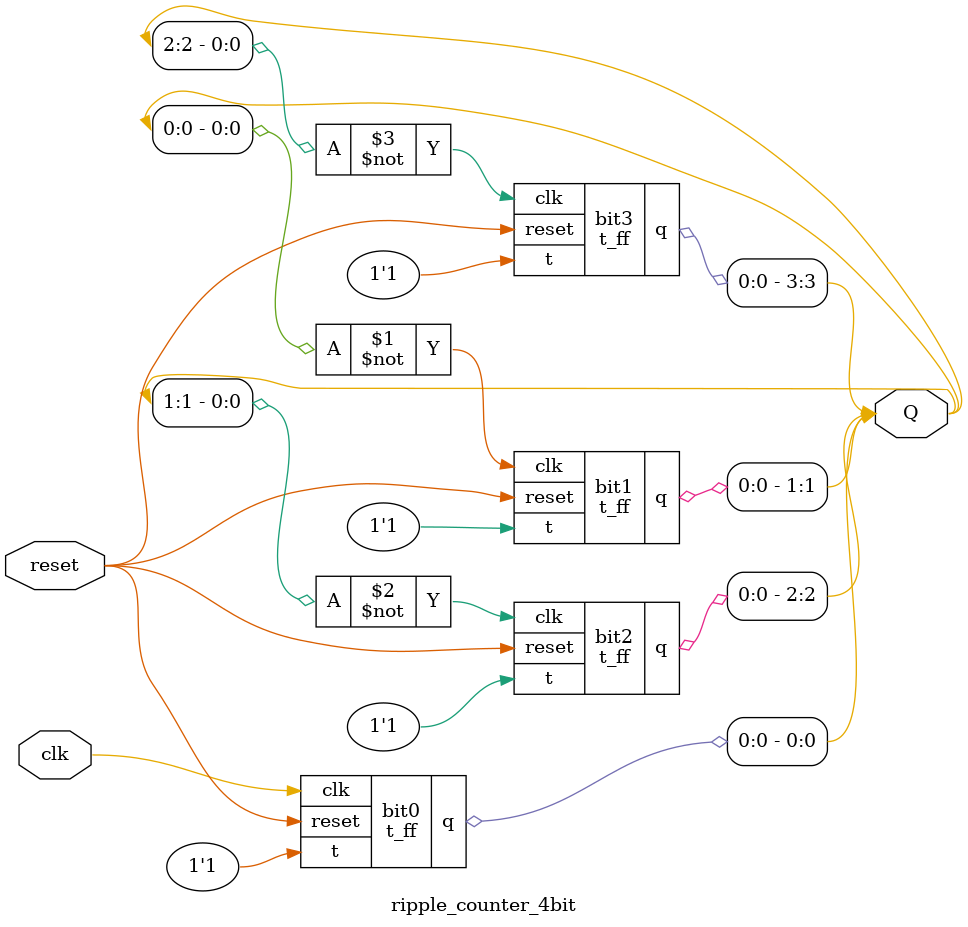
<source format=sv>
module t_ff (
    input logic clk, reset,
    input logic t,
    output logic q
);

always_ff @(posedge clk, posedge reset) begin
    if (reset)  q <= 1'b0;
    else if (t) q <= ~q;
    else    q <= q;
end
endmodule

module ripple_counter_4bit(
    input logic clk, reset,
    output logic [3:0] Q
);

t_ff bit0 (.clk(clk), .reset(reset), .t(1'b1), .q(Q[0]));
t_ff bit1 (.clk(~Q[0]), .reset(reset), .t(1'b1), .q(Q[1]));
t_ff bit2 (.clk(~Q[1]), .reset(reset), .t(1'b1), .q(Q[2]));
t_ff bit3 (.clk(~Q[2]), .reset(reset), .t(1'b1), .q(Q[3]));

endmodule

</source>
